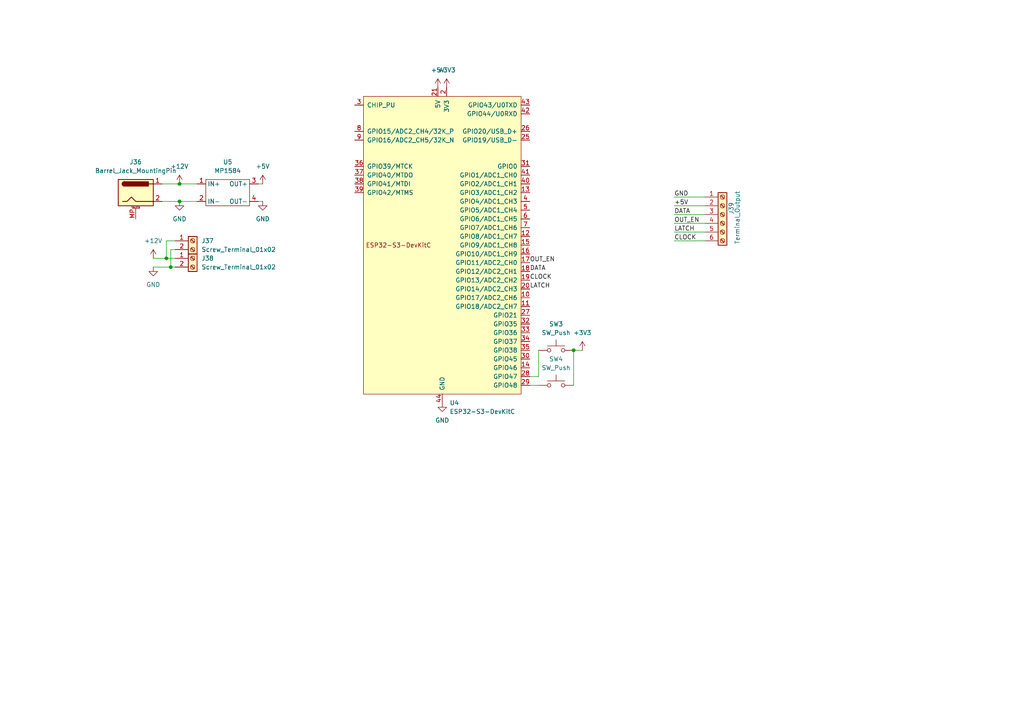
<source format=kicad_sch>
(kicad_sch (version 20250114) (generator "eeschema") (generator_version "9.0")
  (paper "A4")
  (lib_symbols
    (symbol "Connector:Barrel_Jack_MountingPin" (pin_names (hide yes))
      (property "Reference" "J" (at 0 5.334 0))
      (property "Value" "Barrel_Jack_MountingPin" (at 1.27 -6.35 0))
      (symbol "Barrel_Jack_MountingPin_0_1"
        (rectangle (start -5.08 3.81) (end 5.08 -3.81) (stroke (width 0.254)) (fill (type background)))
        (polyline (pts (xy -3.81 -2.54) (xy -2.54 -2.54) (xy -1.27 -1.27) (xy 0 -2.54) (xy 2.54 -2.54) (xy 5.08 -2.54)) (stroke (width 0.254)))
        (arc (start -3.302 1.905) (mid -3.9343 2.54) (end -3.302 3.175) (stroke (width 0.254)))
        (arc (start -3.302 1.905) (mid -3.9343 2.54) (end -3.302 3.175) (stroke (width 0.254)) (fill (type outline)))
        (rectangle (start 3.683 3.175) (end -3.302 1.905) (stroke (width 0.254)) (fill (type outline)))
        (polyline (pts (xy 5.08 2.54) (xy 3.81 2.54)) (stroke (width 0.254)))
      )
      (symbol "Barrel_Jack_MountingPin_1_1"
        (polyline (pts (xy -1.016 -4.572) (xy 1.016 -4.572)) (stroke (width 0.1524)))
        (text "Mounting" (at 0 -4.191 0) (effects (font (size 0.381 0.381))))
        (pin passive line (at 0 -7.62 90) (length 3.048) (name "MountPin") (number "MP"))
        (pin passive line (at 7.62 2.54 180) (length 2.54) (name "~") (number "1"))
        (pin passive line (at 7.62 -2.54 180) (length 2.54) (name "~") (number "2"))
      )
    )
    (symbol "Connector:Screw_Terminal_01x02" (pin_names (offset 1.016) (hide yes))
      (property "Reference" "J" (at 0 2.54 0))
      (property "Value" "Screw_Terminal_01x02" (at 0 -5.08 0))
      (symbol "Screw_Terminal_01x02_1_1"
        (rectangle (start -1.27 1.27) (end 1.27 -3.81) (stroke (width 0.254)) (fill (type background)))
        (polyline (pts (xy -0.5334 0.3302) (xy 0.3302 -0.508)) (stroke (width 0.1524)))
        (polyline (pts (xy -0.5334 -2.2098) (xy 0.3302 -3.048)) (stroke (width 0.1524)))
        (polyline (pts (xy -0.3556 0.508) (xy 0.508 -0.3302)) (stroke (width 0.1524)))
        (polyline (pts (xy -0.3556 -2.032) (xy 0.508 -2.8702)) (stroke (width 0.1524)))
        (circle (center 0 0) (radius 0.635) (stroke (width 0.1524)))
        (circle (center 0 -2.54) (radius 0.635) (stroke (width 0.1524)))
        (pin passive line (at -5.08 0 0) (length 3.81) (name "Pin_1") (number "1"))
        (pin passive line (at -5.08 -2.54 0) (length 3.81) (name "Pin_2") (number "2"))
      )
    )
    (symbol "Connector:Screw_Terminal_01x06" (pin_names (offset 1.016) (hide yes))
      (property "Reference" "J" (at 0 7.62 0))
      (property "Value" "Screw_Terminal_01x06" (at 0 -10.16 0))
      (symbol "Screw_Terminal_01x06_1_1"
        (rectangle (start -1.27 6.35) (end 1.27 -8.89) (stroke (width 0.254)) (fill (type background)))
        (polyline (pts (xy -0.5334 5.4102) (xy 0.3302 4.572)) (stroke (width 0.1524)))
        (polyline (pts (xy -0.5334 2.8702) (xy 0.3302 2.032)) (stroke (width 0.1524)))
        (polyline (pts (xy -0.5334 0.3302) (xy 0.3302 -0.508)) (stroke (width 0.1524)))
        (polyline (pts (xy -0.5334 -2.2098) (xy 0.3302 -3.048)) (stroke (width 0.1524)))
        (polyline (pts (xy -0.5334 -4.7498) (xy 0.3302 -5.588)) (stroke (width 0.1524)))
        (polyline (pts (xy -0.5334 -7.2898) (xy 0.3302 -8.128)) (stroke (width 0.1524)))
        (polyline (pts (xy -0.3556 5.588) (xy 0.508 4.7498)) (stroke (width 0.1524)))
        (polyline (pts (xy -0.3556 3.048) (xy 0.508 2.2098)) (stroke (width 0.1524)))
        (polyline (pts (xy -0.3556 0.508) (xy 0.508 -0.3302)) (stroke (width 0.1524)))
        (polyline (pts (xy -0.3556 -2.032) (xy 0.508 -2.8702)) (stroke (width 0.1524)))
        (polyline (pts (xy -0.3556 -4.572) (xy 0.508 -5.4102)) (stroke (width 0.1524)))
        (polyline (pts (xy -0.3556 -7.112) (xy 0.508 -7.9502)) (stroke (width 0.1524)))
        (circle (center 0 5.08) (radius 0.635) (stroke (width 0.1524)))
        (circle (center 0 2.54) (radius 0.635) (stroke (width 0.1524)))
        (circle (center 0 0) (radius 0.635) (stroke (width 0.1524)))
        (circle (center 0 -2.54) (radius 0.635) (stroke (width 0.1524)))
        (circle (center 0 -5.08) (radius 0.635) (stroke (width 0.1524)))
        (circle (center 0 -7.62) (radius 0.635) (stroke (width 0.1524)))
        (pin passive line (at -5.08 5.08 0) (length 3.81) (name "Pin_1") (number "1"))
        (pin passive line (at -5.08 2.54 0) (length 3.81) (name "Pin_2") (number "2"))
        (pin passive line (at -5.08 0 0) (length 3.81) (name "Pin_3") (number "3"))
        (pin passive line (at -5.08 -2.54 0) (length 3.81) (name "Pin_4") (number "4"))
        (pin passive line (at -5.08 -5.08 0) (length 3.81) (name "Pin_5") (number "5"))
        (pin passive line (at -5.08 -7.62 0) (length 3.81) (name "Pin_6") (number "6"))
      )
    )
    (symbol "PCM_Espressif:ESP32-S3-DevKitC" (pin_names (offset 1.016))
      (property "Reference" "U" (at -22.86 48.26 0))
      (property "Value" "ESP32-S3-DevKitC" (at -22.86 45.72 0))
      (symbol "ESP32-S3-DevKitC_0_0"
        (text "ESP32-S3-DevKitC" (at -12.7 0 0) (effects (font (size 1.27 1.27))))
        (pin bidirectional line (at -25.4 15.24 0) (length 2.54) (name "GPIO42/MTMS") (number "39"))
        (pin power_in line (at 0 -45.72 90) (length 2.54) (name "GND") (number "44"))
        (pin bidirectional line (at 25.4 40.64 180) (length 2.54) (name "GPIO43/U0TXD") (number "43"))
        (pin bidirectional line (at 25.4 38.1 180) (length 2.54) (name "GPIO44/U0RXD") (number "42"))
        (pin bidirectional line (at 25.4 20.32 180) (length 2.54) (name "GPIO1/ADC1_CH0") (number "41"))
        (pin bidirectional line (at 25.4 17.78 180) (length 2.54) (name "GPIO2/ADC1_CH1") (number "40"))
        (pin bidirectional line (at 25.4 -10.16 180) (length 2.54) (name "GPIO13/ADC2_CH2") (number "19"))
        (pin bidirectional line (at 25.4 -35.56 180) (length 2.54) (name "GPIO46") (number "14"))
      )
      (symbol "ESP32-S3-DevKitC_0_1"
        (rectangle (start -22.86 43.18) (end 22.86 -43.18) (fill (type background)))
        (pin power_in line (at 1.27 45.72 270) (length 2.54) (name "3V3") (number "2"))
      )
      (symbol "ESP32-S3-DevKitC_1_1"
        (pin input line (at -25.4 40.64 0) (length 2.54) (name "CHIP_PU") (number "3"))
        (pin bidirectional line (at -25.4 33.02 0) (length 2.54) (name "GPIO15/ADC2_CH4/32K_P") (number "8"))
        (pin bidirectional line (at -25.4 30.48 0) (length 2.54) (name "GPIO16/ADC2_CH5/32K_N") (number "9"))
        (pin bidirectional line (at -25.4 22.86 0) (length 2.54) (name "GPIO39/MTCK") (number "36"))
        (pin bidirectional line (at -25.4 20.32 0) (length 2.54) (name "GPIO40/MTDO") (number "37"))
        (pin bidirectional line (at -25.4 17.78 0) (length 2.54) (name "GPIO41/MTDI") (number "38"))
        (pin power_in line (at -1.27 45.72 270) (length 2.54) (name "5V") (number "21"))
        (pin passive line (at 0 -45.72 90) (length 2.54) (hide yes) (name "GND") (number "22"))
        (pin passive line (at 0 -45.72 90) (length 2.54) (hide yes) (name "GND") (number "23"))
        (pin passive line (at 0 -45.72 90) (length 2.54) (hide yes) (name "GND") (number "24"))
        (pin passive line (at 1.27 45.72 270) (length 2.54) (hide yes) (name "3V3") (number "1"))
        (pin bidirectional line (at 25.4 33.02 180) (length 2.54) (name "GPIO20/USB_D+") (number "26"))
        (pin bidirectional line (at 25.4 30.48 180) (length 2.54) (name "GPIO19/USB_D-") (number "25"))
        (pin bidirectional line (at 25.4 22.86 180) (length 2.54) (name "GPIO0") (number "31"))
        (pin bidirectional line (at 25.4 15.24 180) (length 2.54) (name "GPIO3/ADC1_CH2") (number "13"))
        (pin bidirectional line (at 25.4 12.7 180) (length 2.54) (name "GPIO4/ADC1_CH3") (number "4"))
        (pin bidirectional line (at 25.4 10.16 180) (length 2.54) (name "GPIO5/ADC1_CH4") (number "5"))
        (pin bidirectional line (at 25.4 7.62 180) (length 2.54) (name "GPIO6/ADC1_CH5") (number "6"))
        (pin bidirectional line (at 25.4 5.08 180) (length 2.54) (name "GPIO7/ADC1_CH6") (number "7"))
        (pin bidirectional line (at 25.4 2.54 180) (length 2.54) (name "GPIO8/ADC1_CH7") (number "12"))
        (pin bidirectional line (at 25.4 0 180) (length 2.54) (name "GPIO9/ADC1_CH8") (number "15"))
        (pin bidirectional line (at 25.4 -2.54 180) (length 2.54) (name "GPIO10/ADC1_CH9") (number "16"))
        (pin bidirectional line (at 25.4 -5.08 180) (length 2.54) (name "GPIO11/ADC2_CH0") (number "17"))
        (pin bidirectional line (at 25.4 -7.62 180) (length 2.54) (name "GPIO12/ADC2_CH1") (number "18"))
        (pin bidirectional line (at 25.4 -12.7 180) (length 2.54) (name "GPIO14/ADC2_CH3") (number "20"))
        (pin bidirectional line (at 25.4 -15.24 180) (length 2.54) (name "GPIO17/ADC2_CH6") (number "10"))
        (pin bidirectional line (at 25.4 -17.78 180) (length 2.54) (name "GPIO18/ADC2_CH7") (number "11"))
        (pin bidirectional line (at 25.4 -20.32 180) (length 2.54) (name "GPIO21") (number "27"))
        (pin bidirectional line (at 25.4 -22.86 180) (length 2.54) (name "GPIO35") (number "32"))
        (pin bidirectional line (at 25.4 -25.4 180) (length 2.54) (name "GPIO36") (number "33"))
        (pin bidirectional line (at 25.4 -27.94 180) (length 2.54) (name "GPIO37") (number "34"))
        (pin bidirectional line (at 25.4 -30.48 180) (length 2.54) (name "GPIO38") (number "35"))
        (pin bidirectional line (at 25.4 -33.02 180) (length 2.54) (name "GPIO45") (number "30"))
        (pin bidirectional line (at 25.4 -38.1 180) (length 2.54) (name "GPIO47") (number "28"))
        (pin bidirectional line (at 25.4 -40.64 180) (length 2.54) (name "GPIO48") (number "29"))
      )
    )
    (symbol "Switch:SW_Push" (pin_numbers (hide yes)) (pin_names (offset 1.016) (hide yes))
      (property "Reference" "SW" (at 1.27 2.54 0))
      (property "Value" "SW_Push" (at 0 -1.524 0))
      (symbol "SW_Push_0_1"
        (circle (center -2.032 0) (radius 0.508))
        (polyline (pts (xy 0 1.27) (xy 0 3.048)))
        (circle (center 2.032 0) (radius 0.508))
        (polyline (pts (xy 2.54 1.27) (xy -2.54 1.27)))
        (pin passive line (at -5.08 0 0) (length 2.54) (name "1") (number "1"))
        (pin passive line (at 5.08 0 180) (length 2.54) (name "2") (number "2"))
      )
    )
    (symbol "mp1584:MP1584_Module"
      (property "Reference" "U" (at 0 0 0))
      (property "Value" "MP1584" (at 0 0 0))
      (symbol "MP1584_Module_0_1"
        (rectangle (start -6.35 3.81) (end 6.35 -3.81))
      )
      (symbol "MP1584_Module_1_1"
        (pin power_in line (at -8.89 2.54 0) (length 2.54) (name "IN+") (number "1"))
        (pin power_in line (at -8.89 -2.54 0) (length 2.54) (name "IN-") (number "2"))
        (pin power_out line (at 8.89 2.54 180) (length 2.54) (name "OUT+") (number "3"))
        (pin power_out line (at 8.89 -2.54 180) (length 2.54) (name "OUT-") (number "4"))
      )
    )
    (symbol "power:+12V" (power) (pin_numbers (hide yes)) (pin_names (offset 0) (hide yes))
      (property "Value" "+12V" (at 0 3.556 0))
      (symbol "+12V_0_1"
        (polyline (pts (xy -0.762 1.27) (xy 0 2.54)))
        (polyline (pts (xy 0 2.54) (xy 0.762 1.27)))
        (polyline (pts (xy 0 0) (xy 0 2.54)))
      )
      (symbol "+12V_1_1"
        (pin power_in line (at 0 0 90) (length 0) (name "~") (number "1"))
      )
    )
    (symbol "power:+3V3" (power) (pin_numbers (hide yes)) (pin_names (offset 0) (hide yes))
      (property "Value" "+3V3" (at 0 3.556 0))
      (symbol "+3V3_0_1"
        (polyline (pts (xy -0.762 1.27) (xy 0 2.54)))
        (polyline (pts (xy 0 2.54) (xy 0.762 1.27)))
        (polyline (pts (xy 0 0) (xy 0 2.54)))
      )
      (symbol "+3V3_1_1"
        (pin power_in line (at 0 0 90) (length 0) (name "~") (number "1"))
      )
    )
    (symbol "power:+5V" (power) (pin_numbers (hide yes)) (pin_names (offset 0) (hide yes))
      (property "Value" "+5V" (at 0 3.556 0))
      (symbol "+5V_0_1"
        (polyline (pts (xy -0.762 1.27) (xy 0 2.54)))
        (polyline (pts (xy 0 2.54) (xy 0.762 1.27)))
        (polyline (pts (xy 0 0) (xy 0 2.54)))
      )
      (symbol "+5V_1_1"
        (pin power_in line (at 0 0 90) (length 0) (name "~") (number "1"))
      )
    )
    (symbol "power:GND" (power) (pin_numbers (hide yes)) (pin_names (offset 0) (hide yes))
      (property "Value" "GND" (at 0 -3.81 0))
      (symbol "GND_0_1"
        (polyline (pts (xy 0 0) (xy 0 -1.27) (xy 1.27 -1.27) (xy 0 -2.54) (xy -1.27 -1.27) (xy 0 -1.27)))
      )
      (symbol "GND_1_1"
        (pin power_in line (at 0 0 270) (length 0) (name "~") (number "1"))
      )
    )
  )
  (junction (at 49.53 77.47))
  (junction (at 52.07 58.42))
  (junction (at 166.37 101.6))
  (junction (at 52.07 53.34))
  (junction (at 48.26 74.93))
  (wire (pts (xy 44.45 77.47) (xy 49.53 77.47)))
  (wire (pts (xy 48.26 74.93) (xy 50.8 74.93)))
  (wire (pts (xy 156.21 111.76) (xy 153.67 111.76)))
  (wire (pts (xy 195.58 59.69) (xy 204.47 59.69)))
  (wire (pts (xy 166.37 101.6) (xy 166.37 111.76)))
  (wire (pts (xy 49.53 77.47) (xy 50.8 77.47)))
  (wire (pts (xy 44.45 74.93) (xy 48.26 74.93)))
  (wire (pts (xy 48.26 69.85) (xy 48.26 74.93)))
  (wire (pts (xy 57.15 53.34) (xy 52.07 53.34)))
  (wire (pts (xy 153.67 109.22) (xy 156.21 109.22)))
  (wire (pts (xy 50.8 69.85) (xy 48.26 69.85)))
  (wire (pts (xy 204.47 57.15) (xy 195.58 57.15)))
  (wire (pts (xy 195.58 64.77) (xy 204.47 64.77)))
  (wire (pts (xy 52.07 58.42) (xy 46.99 58.42)))
  (wire (pts (xy 195.58 62.23) (xy 204.47 62.23)))
  (wire (pts (xy 46.99 53.34) (xy 52.07 53.34)))
  (wire (pts (xy 156.21 101.6) (xy 156.21 109.22)))
  (wire (pts (xy 76.2 58.42) (xy 74.93 58.42)))
  (wire (pts (xy 57.15 58.42) (xy 52.07 58.42)))
  (wire (pts (xy 195.58 69.85) (xy 204.47 69.85)))
  (wire (pts (xy 50.8 72.39) (xy 49.53 72.39)))
  (wire (pts (xy 195.58 67.31) (xy 204.47 67.31)))
  (wire (pts (xy 166.37 101.6) (xy 168.91 101.6)))
  (wire (pts (xy 49.53 72.39) (xy 49.53 77.47)))
  (wire (pts (xy 76.2 53.34) (xy 74.93 53.34)))
  (label "CLOCK" (at 195.58 69.85 0))
  (label "DATA" (at 153.67 78.74 0))
  (label "OUT_EN" (at 195.58 64.77 0))
  (label "CLOCK" (at 153.67 81.28 0))
  (label "LATCH" (at 195.58 67.31 0))
  (label "DATA" (at 195.58 62.23 0))
  (label "+5V" (at 195.58 59.69 0))
  (label "OUT_EN" (at 153.67 76.2 0))
  (label "LATCH" (at 153.67 83.82 0))
  (label "GND" (at 195.58 57.15 0))
  (symbol (lib_id "Switch:SW_Push") (at 161.29 111.76 0) (unit 1)
    (property "Reference" "SW4" (at 161.29 104.14 0))
    (property "Value" "SW_Push" (at 161.29 106.68 0))
    (property "Footprint" "Button_Switch_THT:SW_PUSH_6mm" (effects (hide yes)))
    (property "Description" "Push button switch, generic, two pins" (effects (hide yes)))
  )
  (symbol (lib_id "power:+5V") (at 76.2 53.34 0) (unit 1)
    (property "Reference" "#PWR0107" (effects (hide yes)))
    (property "Value" "+5V" (at 76.2 48.26 0))
    (property "Description" "Power symbol creates a global label with name \"+5V\"" (effects (hide yes)))
  )
  (symbol (lib_id "power:GND") (at 76.2 58.42 0) (unit 1)
    (property "Reference" "#PWR0108" (effects (hide yes)))
    (property "Value" "GND" (at 76.2 63.5 0))
    (property "Description" "Power symbol creates a global label with name \"GND\" , ground" (effects (hide yes)))
  )
  (symbol (lib_id "mp1584:MP1584_Module") (at 66.04 55.88 0) (unit 1)
    (property "Reference" "U5" (at 66.04 46.99 0))
    (property "Value" "MP1584" (at 66.04 49.53 0))
    (property "Footprint" "mp1584:MP1584-Module_B22.1x16.8mm" (effects (hide yes)))
  )
  (symbol (lib_id "power:+3V3") (at 168.91 101.6 0) (unit 1)
    (property "Reference" "#PWR0102" (effects (hide yes)))
    (property "Value" "+3V3" (at 168.91 96.52 0))
    (property "Description" "Power symbol creates a global label with name \"+3V3\"" (effects (hide yes)))
  )
  (symbol (lib_id "Switch:SW_Push") (at 161.29 101.6 0) (unit 1)
    (property "Reference" "SW3" (at 161.29 93.98 0))
    (property "Value" "SW_Push" (at 161.29 96.52 0))
    (property "Footprint" "Button_Switch_THT:SW_PUSH_6mm" (effects (hide yes)))
    (property "Description" "Push button switch, generic, two pins" (effects (hide yes)))
  )
  (symbol (lib_id "power:GND") (at 52.07 58.42 0) (unit 1)
    (property "Reference" "#PWR0106" (effects (hide yes)))
    (property "Value" "GND" (at 52.07 63.5 0))
    (property "Description" "Power symbol creates a global label with name \"GND\" , ground" (effects (hide yes)))
  )
  (symbol (lib_id "PCM_Espressif:ESP32-S3-DevKitC") (at 128.27 71.12 0) (unit 1)
    (property "Reference" "U4" (at 130.4133 116.84 0) (effects (justify left)))
    (property "Value" "ESP32-S3-DevKitC" (at 130.4133 119.38 0) (effects (justify left)))
    (property "Footprint" "PCM_Espressif:ESP32-S3-DevKitC" (effects (hide yes)))
    (property "Description" "ESP32-S3-DevKitC" (effects (hide yes)))
  )
  (symbol (lib_id "Connector:Screw_Terminal_01x02") (at 55.88 74.93 0) (unit 1)
    (property "Reference" "J38" (at 58.42 74.9299 0) (effects (justify left)))
    (property "Value" "Screw_Terminal_01x02" (at 58.42 77.4699 0) (effects (justify left)))
    (property "Footprint" "TerminalBlock:TerminalBlock_MaiXu_MX126-5.0-02P_1x02_P5.00mm" (effects (hide yes)))
    (property "Description" "Generic screw terminal, single row, 01x02, script generated (kicad-library-utils/schlib/autogen/connector/)" (effects (hide yes)))
  )
  (symbol (lib_id "power:GND") (at 44.45 77.47 0) (unit 1)
    (property "Reference" "#PWR0104" (effects (hide yes)))
    (property "Value" "GND" (at 44.45 82.55 0))
    (property "Description" "Power symbol creates a global label with name \"GND\" , ground" (effects (hide yes)))
  )
  (symbol (lib_id "power:+5V") (at 127 25.4 0) (unit 1)
    (property "Reference" "#PWR098" (effects (hide yes)))
    (property "Value" "+5V" (at 127 20.32 0))
    (property "Description" "Power symbol creates a global label with name \"+5V\"" (effects (hide yes)))
  )
  (symbol (lib_id "power:+3V3") (at 129.54 25.4 0) (unit 1)
    (property "Reference" "#PWR0100" (effects (hide yes)))
    (property "Value" "+3V3" (at 129.54 20.32 0))
    (property "Description" "Power symbol creates a global label with name \"+3V3\"" (effects (hide yes)))
  )
  (symbol (lib_id "power:+12V") (at 44.45 74.93 0) (unit 1)
    (property "Reference" "#PWR0103" (effects (hide yes)))
    (property "Value" "+12V" (at 44.45 69.85 0))
    (property "Description" "Power symbol creates a global label with name \"+12V\"" (effects (hide yes)))
  )
  (symbol (lib_id "power:+12V") (at 52.07 53.34 0) (unit 1)
    (property "Reference" "#PWR0105" (effects (hide yes)))
    (property "Value" "+12V" (at 52.07 48.26 0))
    (property "Description" "Power symbol creates a global label with name \"+12V\"" (effects (hide yes)))
  )
  (symbol (lib_id "Connector:Screw_Terminal_01x02") (at 55.88 69.85 0) (unit 1)
    (property "Reference" "J37" (at 58.42 69.8499 0) (effects (justify left)))
    (property "Value" "Screw_Terminal_01x02" (at 58.42 72.3899 0) (effects (justify left)))
    (property "Footprint" "TerminalBlock:TerminalBlock_MaiXu_MX126-5.0-02P_1x02_P5.00mm" (effects (hide yes)))
    (property "Description" "Generic screw terminal, single row, 01x02, script generated (kicad-library-utils/schlib/autogen/connector/)" (effects (hide yes)))
  )
  (symbol (lib_id "Connector:Barrel_Jack_MountingPin") (at 39.37 55.88 0) (unit 1)
    (property "Reference" "J36" (at 39.37 46.99 0))
    (property "Value" "Barrel_Jack_MountingPin" (at 39.37 49.53 0))
    (property "Footprint" "Connector_BarrelJack:BarrelJack_Horizontal" (effects (hide yes)))
    (property "Description" "DC Barrel Jack with a mounting pin" (effects (hide yes)))
  )
  (symbol (lib_id "power:GND") (at 128.27 116.84 0) (unit 1)
    (property "Reference" "#PWR099" (effects (hide yes)))
    (property "Value" "GND" (at 128.27 121.92 0))
    (property "Description" "Power symbol creates a global label with name \"GND\" , ground" (effects (hide yes)))
  )
  (symbol (lib_id "Connector:Screw_Terminal_01x06") (at 209.55 62.23 0) (unit 1)
    (property "Reference" "J39" (at 212.09 62.2299 90) (effects (justify left)))
    (property "Value" "Terminal_Output" (at 213.868 70.866 90) (effects (justify left)))
    (property "Footprint" "TerminalBlock:TerminalBlock_Xinya_XY308-2.54-6P_1x06_P2.54mm_Horizontal" (effects (hide yes)))
    (property "Description" "Generic screw terminal, single row, 01x06, script generated (kicad-library-utils/schlib/autogen/connector/)" (effects (hide yes)))
  )
)
</source>
